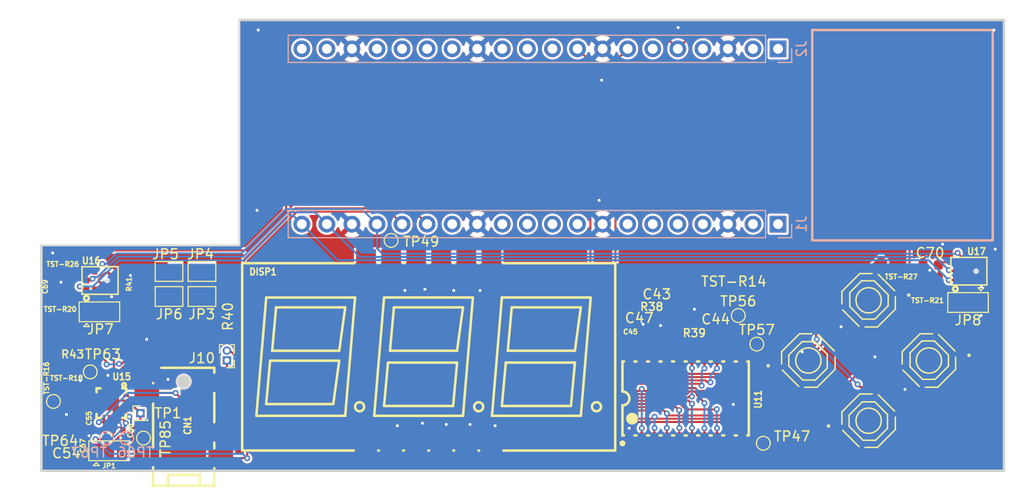
<source format=kicad_pcb>
(kicad_pcb (version 20241229) (generator "pcbnew") (generator_version "9.0")
  (title_block (title "ESP32S3_Audio_Cam_POE") (date "2025-04-28") (rev "R0.1"))
  (layers (0 "F.Cu" signal "Top") (2 "B.Cu" signal "Bottom") (13 "F.Paste" user) (15 "B.Paste" user) (5 "F.SilkS" user "F.Silkscreen") (7 "B.SilkS" user "B.Silkscreen") (1 "F.Mask" user) (3 "B.Mask" user) (25 "Edge.Cuts" user))
  (net 0 "")
  (net 1 "/CAM.D3")
  (net 2 "COM")
  (net 3 "+3V3")
  (net 4 "/CAM.SDA")
  (net 5 "/CAM.D1")
  (net 6 "/USB_D+")
  (net 7 "/CAM.D4")
  (net 8 "/CAM.PCLK")
  (net 9 "/CAM.D2")
  (net 10 "/CAM.D0")
  (net 11 "/USB_D-")
  (net 12 "/CAM.D5")
  (net 13 "/CAM.SCL")
  (net 14 "/CAM.D6")
  (net 15 "/U0TXD")
  (net 16 "/CAM.D7")
  (net 17 "/CAM.HREF")
  (net 18 "/CAM.MCLK")
  (net 19 "/U0RXD")
  (net 20 "/RC.SERVO")
  (net 21 "/7SEG.DIO")
  (net 22 "/CAM.VSYNC")
  (net 23 "/RGB")
  (net 24 "/MIC.WS")
  (net 25 "/7SEG.CLK")
  (net 27 "/MIC.SCK")
  (net 28 "/MIC.SD")
  (net 29 "/SPK.BCLK")
  (net 33 "/SPK.LRCLK")
  (net 34 "/SPK.DIN")
  (net 35 "Vdrive")
  (net 36 "Net-(U16-VDD)")
  (net 37 "Net-(U17-VDD)")
  (net 38 "Net-(JP7-A)")
  (net 39 "/V.SPK")
  (net 40 "/SPK.OutN")
  (net 41 "/SPK.OutP")
  (net 42 "Net-(JP3-B)")
  (net 43 "Net-(JP4-A)")
  (net 44 "Net-(JP6-A)")
  (net 45 "Net-(R43-Pad1)")
  (net 46 "/SPK.MODE")
  (net 47 "Net-(TP64-Pad1)")
  (net 48 "Net-(TP67-Pad1)")
  (net 49 "Net-(U11-VDD)")
  (net 50 "/7SEG.SEG3")
  (net 51 "/7SEG.SEG1")
  (net 52 "/7SEG.SEG2")
  (net 53 "/7SEG.GRID1")
  (net 54 "/7SEG.GRID3")
  (net 55 "/7SEG.SEG8")
  (net 56 "Net-(DISP1-NC)")
  (net 57 "/7SEG.SEG4")
  (net 58 "/7SEG.SEG7")
  (net 59 "/7SEG.SEG5")
  (net 60 "/7SEG.SEG6")
  (net 61 "/7SEG.GRID2")
  (net 62 "/7SEG.K1")
  (net 63 "/7SEG.K2")
  (net 64 "Net-(U11-GRID6)")
  (net 65 "Net-(U11-GRID4)")
  (net 66 "Net-(U11-GRID5)")
  (net 67 "/MIC.L")
  (net 68 "/MIC.R")
  (net 69 "Net-(JP8-B)")
  (net 74 "Net-(TP63-Pad1)")
  (net 75 "Net-(TP66-Pad1)")
  (net 80 "/SPK.MIC")
  (net 81 "/SPK.OutPS")
  (footprint "PCM_JLCPCB:R_0402" (layer "F.Cu") (at 146.685 147.32)
    (property "Reference" "R39")
    (property "Value" "10kΩ" (hide yes))
  )
  (footprint "PCM_JLCPCB:R_0603" (layer "F.Cu") (at 85.5605 153.815 90)
    (property "Reference" "TST-R18")
    (property "Value" "0Ω")
  )
  (footprint "TestPoint:TestPoint_Pad_D1.0mm" (layer "F.Cu") (at 83.8962 154.3812 180)
    (property "Reference" "TP64")
    (property "Value" "TestPoint")
  )
  (footprint "Connector_PinHeader_1.00mm:PinHeader_1x01_P1.00mm_Vertical" (layer "F.Cu") (at 92.71 155.575)
    (property "Reference" "TP1")
    (property "Value" "TestPoint")
  )
  (footprint "Jumper:SolderJumper-3_P1.3mm_Bridged12_Pad1.0x1.5mm" (layer "F.Cu") (at 89.535 159.385)
    (property "Reference" "JP1")
    (property "Value" "SolderJumper_3_Bridged12")
  )
  (footprint "PCM_JLCPCB:SW-SMD_4P-L5.1-W5.1-P3.70-LS6.5-TL-2" (layer "F.Cu") (at 166.497 144.123852 -135)
    (property "Reference" "PB1" (hide yes))
    (property "Value" "Tactile Button, 160gf")
  )
  (footprint "TestPoint:TestPoint_Pad_D1.0mm" (layer "F.Cu") (at 118.11 138.049)
    (property "Reference" "TP49")
    (property "Value" "TestPoint")
  )
  (footprint "Jumper:SolderJumper-3_P1.3mm_Bridged12_Pad1.0x1.5mm" (layer "F.Cu") (at 176.568474 144.347026 180)
    (property "Reference" "JP8")
    (property "Value" "SolderJumper_3_Bridged12")
  )
  (footprint "PCM_JLCPCB:C_0402" (layer "F.Cu") (at 88.53275 157.303 180)
    (property "Reference" "C67")
    (property "Value" "220pF")
  )
  (footprint "JLCPCB:digital tube drivers_c2962580" (layer "F.Cu") (at 147.955 154.08)
    (property "Reference" "U11")
    (property "Value" "TM1637")
  )
  (footprint "TestPoint:TestPoint_Pad_D1.0mm" (layer "F.Cu") (at 87.63 151.384 180)
    (property "Reference" "TP63")
    (property "Value" "TestPoint")
  )
  (footprint "PCM_JLCPCB:C_0805" (layer "F.Cu") (at 85.32 156.458 180)
    (property "Reference" "C54")
    (property "Value" "10uF")
  )
  (footprint "PCM_JLCPCB:R_0805" (layer "F.Cu") (at 92.9386 142.4686 -90)
    (property "Reference" "R41")
    (property "Value" "100kΩ")
  )
  (footprint "PCM_JLCPCB:SW-SMD_4P-L5.1-W5.1-P3.70-LS6.5-TL-2" (layer "F.Cu") (at 160.390426 150.230426 45)
    (property "Reference" "PB2" (hide yes))
    (property "Value" "Tactile Button, 160gf")
  )
  (footprint "PCM_JLCPCB:R_0603" (layer "F.Cu") (at 84.7455 144.021 180)
    (property "Reference" "TST-R20")
    (property "Value" "0Ω")
  )
  (footprint "JLCPCB:ICS-43434_C5656610" (layer "F.Cu") (at 88.5555 142.116)
    (property "Reference" "U16")
    (property "Value" "ICS-43434")
    (fp_poly (pts (xy 0.986 0) (xy 0.966194 -0.086777) (xy 0.910698 -0.156366) (xy 0.830504 -0.194986) (xy 0.741496 -0.194986) (xy 0.661302 -0.156366) (xy 0.605806 -0.086777) (xy 0.586 0) (xy 0.605806 0.086777) (xy 0.661302 0.156366) (xy 0.741496 0.194986) (xy 0.830504 0.194986) (xy 0.910698 0.156366) (xy 0.966194 0.086777)) (fill yes) (layer "Edge.Cuts"))
  )
  (footprint "PCM_JLCPCB:SW-SMD_4P-L5.1-W5.1-P3.70-LS6.5-TL-2" (layer "F.Cu") (at 166.497 156.337 45)
    (property "Reference" "PB5" (hide yes))
    (property "Value" "Tactile Button, 160gf")
  )
  (footprint "PCM_JLCPCB:C_0603" (layer "F.Cu") (at 172.788474 140.537026)
    (property "Reference" "C70")
    (property "Value" "100nF")
  )
  (footprint "PCM_JLCPCB:R_0603" (layer "F.Cu") (at 172.788474 143.077026 180)
    (property "Reference" "TST-R21")
    (property "Value" "0Ω")
  )
  (footprint "JLCPCB:MAX98357AETE+T_C910544" (layer "F.Cu") (at 89.765 154.553 180)
    (property "Reference" "U15")
    (property "Value" "MAX98357AETE+T")
  )
  (footprint "Jumper:SolderJumper-2_P1.3mm_Open_TrianglePad1.0x1.5mm" (layer "F.Cu") (at 98.9446 141.1986 180)
    (property "Reference" "JP4")
    (property "Value" "SolderJumper_2_Open")
  )
  (footprint "Jumper:SolderJumper-2_P1.3mm_Open_TrianglePad1.0x1.5mm" (layer "F.Cu") (at 95.6056 143.7386)
    (property "Reference" "JP6")
    (property "Value" "SolderJumper_2_Open")
  )
  (footprint "JLCPCB:3x7-seg_LED-RED_C2913084" (layer "F.Cu") (at 121.92 149.86)
    (property "Reference" "DISP1")
    (property "Value" "SLS0563DRA1GD")
  )
  (footprint "Jumper:SolderJumper-2_P1.3mm_Open_TrianglePad1.0x1.5mm" (layer "F.Cu") (at 95.6056 141.1986)
    (property "Reference" "JP5")
    (property "Value" "SolderJumper_2_Open")
  )
  (footprint "PCM_JLCPCB:R_0402" (layer "F.Cu") (at 85.725 150.495)
    (property "Reference" "R43")
    (property "Value" "1MΩ" (hide yes))
  )
  (footprint "Connector_PinHeader_1.00mm:PinHeader_1x02_P1.00mm_Vertical" (layer "F.Cu") (at 101.473 150.225 180)
    (property "Reference" "J10")
    (property "Value" "Conn_01x02")
  )
  (footprint "PCM_JLCPCB:C_0402" (layer "F.Cu") (at 144.145 147.32)
    (property "Reference" "C45")
    (property "Value" "100pF")
  )
  (footprint "Jumper:SolderJumper-3_P1.3mm_Bridged12_Pad1.0x1.5mm" (layer "F.Cu") (at 88.5555 145.291)
    (property "Reference" "JP7")
    (property "Value" "SolderJumper_3_Bridged12")
  )
  (footprint "PCM_JLCPCB:SW-SMD_4P-L5.1-W5.1-P3.70-LS6.5-TL-2" (layer "F.Cu") (at 172.603574 150.230426 -135)
    (property "Reference" "PB4" (hide yes))
    (property "Value" "Tactile Button, 160gf")
  )
  (footprint "PCM_JLCPCB:R_0603" (layer "F.Cu") (at 84.7455 141.481 180)
    (property "Reference" "TST-R26")
    (property "Value" "0Ω")
  )
  (footprint "PCM_JLCPCB:R_0603" (layer "F.Cu") (at 172.788474 141.807026 180)
    (property "Reference" "TST-R27")
    (property "Value" "0Ω")
  )
  (footprint "TestPoint:TestPoint_Pad_D1.0mm" (layer "F.Cu") (at 153.289 145.669)
    (property "Reference" "TP56")
    (property "Value" "TestPoint")
  )
  (footprint "PCM_JLCPCB:C_0402" (layer "F.Cu") (at 145.661 146.05)
    (property "Reference" "C47")
    (property "Value" "100pF")
  )
  (footprint "TestPoint:TestPoint_Pad_D1.0mm" (layer "F.Cu") (at 155.829 158.623)
    (property "Reference" "TP47")
    (property "Value" "TestPoint")
  )
  (footprint "PCM_JLCPCB:R_0805" (layer "F.Cu") (at 101.5492 142.621 90)
    (property "Reference" "R40")
    (property "Value" "100kΩ")
  )
  (footprint "JLCPCB:SMD_3.5mm_Audio_Connectors_(Headphones)_C707223" (layer "F.Cu") (at 97.095 155.7705 -90)
    (property "Reference" "CN1")
    (property "Value" "PJ-316C-6A")
    (fp_poly (pts (xy -2.65 0) (xy -2.668804 -0.166891) (xy -2.724273 -0.325413) (xy -2.813626 -0.467617) (xy -2.932383 -0.586374) (xy -3.074587 -0.675727) (xy -3.233109 -0.731196) (xy -3.4 -0.75) (xy -3.566891 -0.731196) (xy -3.725413 -0.675727) (xy -3.867617 -0.586374) (xy -3.986374 -0.467617) (xy -4.075727 -0.325413) (xy -4.131196 -0.166891) (xy -4.15 0) (xy -4.131196 0.166891) (xy -4.075727 0.325413) (xy -3.986374 0.467617) (xy -3.867617 0.586374) (xy -3.725413 0.675727) (xy -3.566891 0.731196) (xy -3.4 0.75) (xy -3.233109 0.731196) (xy -3.074587 0.675727) (xy -2.932383 0.586374) (xy -2.813626 0.467617) (xy -2.724273 0.325413) (xy -2.668804 0.166891)) (fill yes) (layer "Edge.Cuts"))
  )
  (footprint "PCM_JLCPCB:C_0402" (layer "F.Cu") (at 90.43775 157.303 180)
    (property "Reference" "C66")
    (property "Value" "220pF")
  )
  (footprint "PCM_JLCPCB:C_0603" (layer "F.Cu") (at 84.7455 142.751)
    (property "Reference" "C69")
    (property "Value" "100nF")
  )
  (footprint "PCM_JLCPCB:R_0603" (layer "F.Cu") (at 84.05 152.013 90)
    (property "Reference" "TST-R16")
    (property "Value" "0Ω")
  )
  (footprint "Jumper:SolderJumper-2_P1.3mm_Open_TrianglePad1.0x1.5mm" (layer "F.Cu") (at 98.9446 143.7386 180)
    (property "Reference" "JP3")
    (property "Value" "SolderJumper_2_Open")
  )
  (footprint "TestPoint:TestPoint_Pad_D1.0mm" (layer "F.Cu") (at 93.02235 158.10215 -90)
    (property "Reference" "TP85")
    (property "Value" "TestPoint")
  )
  (footprint "JLCPCB:ICS-43434_C5656610" (layer "F.Cu") (at 176.598474 141.172026)
    (property "Reference" "U17")
    (property "Value" "ICS-43434")
    (fp_poly (pts (xy 0.986 0) (xy 0.966194 -0.086777) (xy 0.910698 -0.156366) (xy 0.830504 -0.194986) (xy 0.741496 -0.194986) (xy 0.661302 -0.156366) (xy 0.605806 -0.086777) (xy 0.586 0) (xy 0.605806 0.086777) (xy 0.661302 0.156366) (xy 0.741496 0.194986) (xy 0.830504 0.194986) (xy 0.910698 0.156366) (xy 0.966194 0.086777)) (fill yes) (layer "Edge.Cuts"))
  )
  (footprint "TestPoint:TestPoint_Pad_D1.0mm" (layer "F.Cu") (at 155.1686 148.5646)
    (property "Reference" "TP57")
    (property "Value" "TestPoint")
  )
  (footprint "PCM_JLCPCB:C_0603" (layer "F.Cu") (at 87.00875 153.89315 90)
    (property "Reference" "C55")
    (property "Value" "100nF")
  )
  (footprint "PCM_JLCPCB:R_0402" (layer "F.Cu") (at 146.685 144.78)
    (property "Reference" "R38")
    (property "Value" "10kΩ" (hide yes))
  )
  (footprint "PCM_JLCPCB:C_0603" (layer "F.Cu") (at 148.082 143.51 180)
    (property "Reference" "C43")
    (property "Value" "1uF")
  )
  (footprint "PCM_JLCPCB:R_0603" (layer "F.Cu") (at 148.082 142.24)
    (property "Reference" "TST-R14")
    (property "Value" "0Ω")
  )
  (footprint "PCM_JLCPCB:C_0603" (layer "F.Cu") (at 148.082 146.05)
    (property "Reference" "C44")
    (property "Value" "100nF")
  )
  (footprint "Connector_PinHeader_2.54mm:PinHeader_1x20_P2.54mm_Vertical" (layer "B.Cu") (at 157.32175 136.398 90)
    (property "Reference" "J1")
    (property "Value" "Conn_01x20_Pin")
  )
  (footprint "TestPoint:TestPoint_Pad_D1.0mm" (layer "B.Cu") (at 89.281 158.115)
    (property "Reference" "TP67")
    (property "Value" "TestPoint")
  )
  (footprint "TestPoint:TestPoint_Pad_D1.0mm" (layer "B.Cu") (at 91.313 158.10215)
    (property "Reference" "TP66")
    (property "Value" "TestPoint")
  )
  (footprint "Connector_PinHeader_2.54mm:PinHeader_1x20_P2.54mm_Vertical" (layer "B.Cu") (at 157.32175 118.618 90)
    (property "Reference" "J2")
    (property "Value" "Conn_01x20_Pin")
  )
  (gr_rect (start 160.782 116.713) (end 179.07 138.049) (stroke (width 0.25)) (fill no) (layer "B.SilkS"))
  (gr_line (start 180.213 161.417) (end 82.677 161.417) (stroke (width 0.25)) (layer "Edge.Cuts"))
  (gr_line (start 82.677 138.557) (end 102.743 138.557) (stroke (width 0.2)) (layer "Edge.Cuts"))
  (gr_line (start 82.677 161.417) (end 82.677 138.557) (stroke (width 0.25)) (layer "Edge.Cuts"))
  (gr_line (start 102.743 138.557) (end 102.743 115.697) (stroke (width 0.2)) (layer "Edge.Cuts"))
  (gr_line (start 102.743 115.697) (end 180.213 115.697) (stroke (width 0.25)) (layer "Edge.Cuts"))
  (gr_line (start 180.213 115.697) (end 180.213 161.417) (stroke (width 0.25)) (layer "Edge.Cuts"))
  (segment (start 88.8845 141.611) (end 88.894 141.611) (width 0.2032) (layer "F.Cu") (net 2))
  (segment (start 145.161 146.431) (end 145.415 146.685) (width 0.2032) (layer "F.Cu") (net 2))
  (segment (start 148.862 143.51) (end 148.862 145.016) (width 0.2032) (layer "F.Cu") (net 2))
  (segment (start 177.831974 141.677026) (end 177.831974 141.700026) (width 0.2032) (layer "F.Cu") (net 2))
  (segment (start 88.8845 141.6205) (end 88.519 141.986) (width 0.2032) (layer "F.Cu") (net 2))
  (segment (start 177.546 141.986) (end 177.927 142.367) (width 0.2032) (layer "F.Cu") (net 2))
  (segment (start 177.884974 140.673974) (end 177.546 140.335) (width 0.2032) (layer "F.Cu") (net 2))
  (segment (start 84.198 142.751) (end 84.6582 142.2908) (width 0.2032) (layer "F.Cu") (net 2))
  (segment (start 91.265 154.305) (end 90.013 154.305) (width 0.2032) (layer "F.Cu") (net 2))
  (segment (start 89.842 141.664) (end 89.848 141.664) (width 0.2032) (layer "F.Cu") (net 2))
  (segment (start 89.5135 153.053) (end 89.5135 154.3015) (width 0.2032) (layer "F.Cu") (net 2))
  (segment (start 88.8315 142.568) (end 88.8315 142.5525) (width 0.2032) (layer "F.Cu") (net 2))
  (segment (start 176.927474 140.667026) (end 176.832974 140.667026) (width 0.2032) (layer "F.Cu") (net 2))
  (segment (start 176.832974 140.667026) (end 176.53 140.97) (width 0.2032) (layer "F.Cu") (net 2))
  (segment (start 88.8315 142.568) (end 88.847 142.568) (width 0.2032) (layer "F.Cu") (net 2))
  (segment (start 88.519 141.986) (end 88.519 142.24) (width 0.2032) (layer "F.Cu") (net 2))
  (segment (start 88.8845 141.611) (end 88.8845 141.6205) (width 0.2032) (layer "F.Cu") (net 2))
  (segment (start 89.789 143.129) (end 89.789 143.764) (width 0.2032) (layer "F.Cu") (net 2))
  (segment (start 177.854974 141.677026) (end 178.181 141.351) (width 0.2032) (layer "F.Cu") (net 2))
  (segment (start 89.789 142.621) (end 89.535 142.875) (width 0.2032) (layer "F.Cu") (net 2))
  (segment (start 177.868474 144.347026) (end 177.868474 145.635874) (width 0.2032) (layer "F.Cu") (net 2))
  (segment (start 89.535 142.875) (end 89.789 143.129) (width 0.2032) (layer "F.Cu") (net 2))
  (segment (start 177.831974 141.700026) (end 177.546 141.986) (width 0.2032) (layer "F.Cu") (net 2))
  (segment (start 88.8315 142.5525) (end 88.519 142.24) (width 0.2032) (layer "F.Cu") (net 2))
  (segment (start 143.645 146.566) (end 143.637 146.558) (width 0.2032) (layer "F.Cu") (net 2))
  (segment (start 89.842 141.658) (end 89.535 141.351) (width 0.2032) (layer "F.Cu") (net 2))
  (segment (start 90.835 159.385) (end 90.835 159.669) (width 0.2032) (layer "F.Cu") (net 2))
  (segment (start 89.5135 154.3015) (end 89.765 154.553) (width 0.2032) (layer "F.Cu") (net 2))
  (segment (start 178.181 141.351) (end 178.181 140.97) (width 0.2032) (layer "F.Cu") (net 2))
  (segment (start 177.831974 141.677026) (end 177.854974 141.677026) (width 0.2032) (layer "F.Cu") (net 2))
  (segment (start 89.789 142.621) (end 90.17 142.24) (width 0.2032) (layer "F.Cu") (net 2))
  (segment (start 176.927474 140.667026) (end 176.927474 140.572526) (width 0.2032) (layer "F.Cu") (net 2))
  (segment (start 90.93775 157.303) (end 90.93775 157.194402) (width 0.2032) (layer "F.Cu") (net 2))
  (segment (start 176.53 141.351) (end 176.53 140.97) (width 0.2032) (layer "F.Cu") (net 2))
  (segment (start 177.165 141.986) (end 177.546 141.986) (width 0.2032) (layer "F.Cu") (net 2))
  (segment (start 92.9386 141.5586) (end 94.5206 141.5586) (width 0.2032) (layer "F.Cu") (net 2))
  (segment (start 89.842 141.664) (end 89.842 141.658) (width 0.2032) (layer "F.Cu") (net 2))
  (segment (start 172.160026 140.537026) (end 172.6946 141.0716) (width 0.2032) (layer "F.Cu") (net 2))
  (segment (start 83.9655 142.751) (end 84.198 142.751) (width 0.2032) (layer "F.Cu") (net 2))
  (segment (start 177.546 140.335) (end 177.165 140.335) (width 0.2032) (layer "F.Cu") (net 2))
  (segment (start 176.874474 141.695474) (end 177.165 141.986) (width 0.2032) (layer "F.Cu") (net 2))
  (segment (start 90.93775 157.194402) (end 90.523349 156.780001) (width 0.2032) (layer "F.Cu") (net 2))
  (segment (start 88.03275 157.33125) (end 87.503 157.861) (width 0.2032) (layer "F.Cu") (net 2))
  (segment (start 176.874474 141.624026) (end 176.874474 141.695474) (width 0.2032) (layer "F.Cu") (net 2))
  (segment (start 92.9386 141.5586) (end 91.7404 141.5586) (width 0.2032) (layer "F.Cu") (net 2))
  (segment (start 90.835 159.669) (end 91.44 160.274) (width 0.2032) (layer "F.Cu") (net 2))
  (segment (start 177.927 142.367) (end 177.927 142.748) (width 0.2032) (layer "F.Cu") (net 2))
  (segment (start 88.03275 157.303) (end 88.03275 157.33125) (width 0.2032) (layer "F.Cu") (net 2))
  (segment (start 89.5135 151.8412) (end 89.4119 151.7396) (width 0.2032) (layer "F.Cu") (net 2))
  (segment (start 142.24 158.63) (end 142.24 157.099) (width 0.2032) (layer "F.Cu") (net 2))
  (segment (start 90.015 156.4387) (end 90.356301 156.780001) (width 0.2032) (layer "F.Cu") (net 2))
  (segment (start 145.161 146.05) (end 145.161 146.431) (width 0.2032) (layer "F.Cu") (net 2))
  (segment (start 143.645 147.32) (end 143.645 146.566) (width 0.2032) (layer "F.Cu") (net 2))
  (segment (start 89.848 141.664) (end 90.17 141.986) (width 0.2032) (layer "F.Cu") (net 2))
  (segment (start 91.7404 141.5586) (end 91.694 141.605) (width 0.2032) (layer "F.Cu") (net 2))
  (segment (start 177.931026 140.720026) (end 178.181 140.97) (width 0.2032) (layer "F.Cu") (net 2))
  (segment (start 89.5135 153.053) (end 89.5135 151.8412) (width 0.2032) (layer "F.Cu") (net 2))
  (segment (start 177.868474 145.635874) (end 177.9016 145.669) (width 0.2032) (layer "F.Cu") (net 2))
  (segment (start 176.803026 141.624026) (end 176.53 141.351) (width 0.2032) (layer "F.Cu") (net 2))
  (segment (start 89.535 141.351) (end 89.154 141.351) (width 0.2032) (layer "F.Cu") (net 2))
  (segment (start 88.847 142.568) (end 89.154 142.875) (width 0.2032) (layer "F.Cu") (net 2))
  (segment (start 90.356301 156.780001) (end 90.523349 156.780001) (width 0.2032) (layer "F.Cu") (net 2))
  (segment (start 89.765 154.553) (end 90.015 154.803) (width 0.2032) (layer "F.Cu") (net 2))
  (segment (start 90.015 154.803) (end 90.015 156.053) (width 0.2032) (layer "F.Cu") (net 2))
  (segment (start 94.5206 141.5586) (end 94.8806 141.1986) (width 0.2032) (layer "F.Cu") (net 2))
  (segment (start 84.37 156.458) (end 84.461 156.458) (width 0.2032) (layer "F.Cu") (net 2))
  (segment (start 88.894 141.611) (end 89.154 141.351) (width 0.2032) (layer "F.Cu") (net 2))
  (segment (start 148.862 146.05) (end 148.862 145.052) (width 0.2032) (layer "F.Cu") (net 2))
  (segment (start 176.874474 141.624026) (end 176.803026 141.624026) (width 0.2032) (layer "F.Cu") (net 2))
  (segment (start 87.00875 153.11315) (end 87.00875 152.66775) (width 0.2032) (layer "F.Cu") (net 2))
  (segment (start 172.008474 140.537026) (end 172.160026 140.537026) (width 0.2032) (layer "F.Cu") (net 2))
  (segment (start 89.535 142.875) (end 89.154 142.875) (width 0.2032) (layer "F.Cu") (net 2))
  (segment (start 148.862 145.016) (end 148.844 145.034) (width 0.2032) (layer "F.Cu") (net 2))
  (segment (start 84.461 156.458) (end 85.217 155.702) (width 0.2032) (layer "F.Cu") (net 2))
  (segment (start 177.884974 140.720026) (end 177.884974 140.673974) (width 0.2032) (layer "F.Cu") (net 2))
  (segment (start 90.013 154.305) (end 89.765 154.553) (width 0.2032) (layer "F.Cu") (net 2))
  (segment (start 176.927474 140.572526) (end 177.165 140.335) (width 0.2032) (layer "F.Cu") (net 2))
  (segment (start 177.884974 140.720026) (end 177.931026 140.720026) (width 0.2032) (layer "F.Cu") (net 2))
  (segment (start 90.17 142.24) (end 90.17 141.986) (width 0.2032) (layer "F.Cu") (net 2))
  (segment (start 87.00875 152.66775) (end 86.614 152.273) (width 0.2032) (layer "F.Cu") (net 2))
  (segment (start 90.015 156.053) (end 90.015 156.4387) (width 0.2032) (layer "F.Cu") (net 2))
  (via (at 123.698 156.718) (size 0.6) (drill 0.3) (layers "F.Cu" "B.Cu") (net 2))
  (via (at 152.781 154.686) (size 0.6) (drill 0.3) (layers "F.Cu" "B.Cu") (net 2))
  (via (at 93.345 148.082) (size 0.6) (drill 0.3) (layers "F.Cu" "B.Cu") (net 2))
  (via (at 126.111 156.718) (size 0.6) (drill 0.3) (layers "F.Cu" "B.Cu") (net 2))
  (via (at 179.197 116.713) (size 0.6) (drill 0.3) (layers "F.Cu" "B.Cu") (net 2))
  (via (at 121.539 143.002) (size 0.6) (drill 0.3) (layers "F.Cu" "B.Cu") (net 2))
  (via (at 128.651 156.845) (size 0.6) (drill 0.3) (layers "F.Cu" "B.Cu") (net 2))
  (via (at 143.637 146.558) (size 0.6) (drill 0.3) (layers "F.Cu" "B.Cu") (net 2))
  (via (at 172.6946 141.0716) (size 0.6) (drill 0.3) (layers "F.Cu" "B.Cu") (net 2))
  (via (at 91.694 141.605) (size 0.6) (drill 0.3) (layers "F.Cu" "B.Cu") (net 2))
  (via (at 145.415 146.685) (size 0.6) (drill 0.3) (layers "F.Cu" "B.Cu") (net 2))
  (via (at 163.703 146.812) (size 0.6) (drill 0.3) (layers "F.Cu" "B.Cu") (net 2))
  (via (at 177.927 142.748) (size 0.6) (drill 0.3) (layers "F.Cu" "B.Cu") (net 2))
  (via (at 121.285 156.591) (size 0.6) (drill 0.3) (layers "F.Cu" "B.Cu") (net 2))
  (via (at 173.99 138.43) (size 0.6) (drill 0.3) (layers "F.Cu" "B.Cu") (net 2))
  (via (at 85.217 155.702) (size 0.6) (drill 0.3) (layers "F.Cu" "B.Cu") (net 2))
  (via (at 119.507 143.129) (size 0.6) (drill 0.3) (layers "F.Cu" "B.Cu") (net 2))
  (via (at 91.44 160.274) (size 0.6) (drill 0.3) (layers "F.Cu" "B.Cu") (net 2))
  (via (at 86.614 152.273) (size 0.6) (drill 0.3) (layers "F.Cu" "B.Cu") (net 2))
  (via (at 148.844 145.034) (size 0.6) (drill 0.3) (layers "F.Cu" "B.Cu") (net 2))
  (via (at 167.132 149.86) (size 0.6) (drill 0.3) (layers "F.Cu" "B.Cu") (net 2))
  (via (at 104.648 116.713) (size 0.6) (drill 0.3) (layers "F.Cu" "B.Cu") (net 2))
  (via (at 87.503 157.861) (size 0.6) (drill 0.3) (layers "F.Cu" "B.Cu") (net 2))
  (via (at 139.446 121.793) (size 0.6) (drill 0.3) (layers "F.Cu" "B.Cu") (net 2))
  (via (at 139.192 133.985) (size 0.6) (drill 0.3) (layers "F.Cu" "B.Cu") (net 2))
  (via (at 127.127 143.129) (size 0.6) (drill 0.3) (layers "F.Cu" "B.Cu") (net 2))
  (via (at 142.24 157.099) (size 0.6) (drill 0.3) (layers "F.Cu" "B.Cu") (net 2))
  (via (at 159.766 149.352) (size 0.6) (drill 0.3) (layers "F.Cu" "B.Cu") (net 2))
  (via (at 83.82 139.319) (size 0.6) (drill 0.3) (layers "F.Cu" "B.Cu") (net 2))
  (via (at 177.9016 145.669) (size 0.6) (drill 0.3) (layers "F.Cu" "B.Cu") (net 2))
  (via (at 104.521 135.001) (size 0.6) (drill 0.3) (layers "F.Cu" "B.Cu") (net 2))
  (via (at 179.324 138.938) (size 0.6) (drill 0.3) (layers "F.Cu" "B.Cu") (net 2))
  (via (at 170.18 153.162) (size 0.6) (drill 0.3) (layers "F.Cu" "B.Cu") (net 2))
  (via (at 124.46 143.129) (size 0.6) (drill 0.3) (layers "F.Cu" "B.Cu") (net 2))
  (via (at 89.4119 151.7396) (size 0.6) (drill 0.3) (layers "F.Cu" "B.Cu") (net 2))
  (via (at 84.6582 142.2908) (size 0.6) (drill 0.3) (layers "F.Cu" "B.Cu") (net 2))
  (via (at 90.523349 156.780001) (size 0.6) (drill 0.3) (layers "F.Cu" "B.Cu") (net 2))
  (via (at 118.745 156.845) (size 0.6) (drill 0.3) (layers "F.Cu" "B.Cu") (net 2))
  (via (at 147.193 116.459) (size 0.6) (drill 0.3) (layers "F.Cu" "B.Cu") (net 2))
  (via (at 89.789 143.764) (size 0.6) (drill 0.3) (layers "F.Cu" "B.Cu") (net 2))
  (via (at 95.504 152.146) (size 0.6) (drill 0.3) (layers "F.Cu" "B.Cu") (net 2))
  (segment (start 155.0924 142.24) (end 155.525374 141.807026) (width 0.2032) (layer "F.Cu") (net 3))
  (segment (start 171.968474 141.807026) (end 171.968474 143.077026) (width 0.2032) (layer "F.Cu") (net 3))
  (segment (start 107.4674 118.0846) (end 109.3724 116.1796) (width 0.2032) (layer "F.Cu") (net 3))
  (segment (start 170.643024 138.728976) (end 170.643024 140.481576) (width 0.2032) (layer "F.Cu") (net 3))
  (segment (start 155.525374 141.807026) (end 171.968474 141.807026) (width 0.2032) (layer "F.Cu") (net 3))
  (segment (start 172.212 137.16) (end 170.643024 138.728976) (width 0.2032) (layer "F.Cu") (net 3))
  (segment (start 83.2859 143.3814) (end 83.2859 142.1206) (width 0.2032) (layer "F.Cu") (net 3))
  (segment (start 83.9255 144.021) (end 83.2859 143.3814) (width 0.2032) (layer "F.Cu") (net 3))
  (segment (start 148.902 142.24) (end 155.0924 142.24) (width 0.2032) (layer "F.Cu") (net 3))
  (segment (start 107.4674 135.1026) (end 107.4674 118.0846) (width 0.2032) (layer "F.Cu") (net 3))
  (segment (start 179.4764 122.5042) (end 179.4764 135.7884) (width 0.2032) (layer "F.Cu") (net 3))
  (segment (start 86.487 139.065) (end 103.505 139.065) (width 0.2032) (layer "F.Cu") (net 3))
  (segment (start 84.071 141.481) (end 86.487 139.065) (width 0.2032) (layer "F.Cu") (net 3))
  (segment (start 147.16175 118.618) (end 149.62555 116.1542) (width 0.2032) (layer "F.Cu") (net 3))
  (segment (start 83.2859 142.1206) (end 83.9255 141.481) (width 0.2032) (layer "F.Cu") (net 3))
  (segment (start 144.72335 116.1796) (end 147.16175 118.618) (width 0.2032) (layer "F.Cu") (net 3))
  (segment (start 173.1264 116.1542) (end 179.4764 122.5042) (width 0.2032) (layer "F.Cu") (net 3))
  (segment (start 179.4764 135.7884) (end 178.1048 137.16) (width 0.2032) (layer "F.Cu") (net 3))
  (segment (start 149.62555 116.1542) (end 173.1264 116.1542) (width 0.2032) (layer "F.Cu") (net 3))
  (segment (start 83.9255 141.481) (end 84.071 141.481) (width 0.2032) (layer "F.Cu") (net 3))
  (segment (start 170.643024 140.481576) (end 171.968474 141.807026) (width 0.2032) (layer "F.Cu") (net 3))
  (segment (start 178.1048 137.16) (end 172.212 137.16) (width 0.2032) (layer "F.Cu") (net 3))
  (segment (start 109.3724 116.1796) (end 144.72335 116.1796) (width 0.2032) (layer "F.Cu") (net 3))
  (segment (start 103.505 139.065) (end 107.4674 135.1026) (width 0.2032) (layer "F.Cu") (net 3))
  (segment (start 146.05 150.2832) (end 145.3302 151.003) (width 0.2032) (layer "F.Cu") (net 21))
  (segment (start 146.05 149.53) (end 146.05 150.2832) (width 0.2032) (layer "F.Cu") (net 21))
  (segment (start 144.526 151.003) (end 144.145 150.622) (width 0.2032) (layer "F.Cu") (net 21))
  (segment (start 138.303 143.256) (end 138.303 119.91925) (width 0.2032) (layer "F.Cu") (net 21))
  (segment (start 144.145 148.451016) (end 143.775984 148.082) (width 0.2032) (layer "F.Cu") (net 21))
  (segment (start 146.05 149.53) (end 146.05 147.455) (width 0.2032) (layer "F.Cu") (net 21))
  (segment (start 146.05 147.455) (end 146.185 147.32) (width 0.2032) (layer "F.Cu") (net 21))
  (segment (start 145.3302 151.003) (end 144.526 151.003) (width 0.2032) (layer "F.Cu") (net 21))
  (segment (start 143.129 148.082) (end 138.303 143.256) (width 0.2032) (layer "F.Cu") (net 21))
  (segment (start 143.775984 148.082) (end 143.129 148.082) (width 0.2032) (layer "F.Cu") (net 21))
  (segment (start 138.303 119.91925) (end 137.00175 118.618) (width 0.2032) (layer "F.Cu") (net 21))
  (segment (start 146.185 147.32) (end 146.185 146.05) (width 0.2032) (layer "F.Cu") (net 21))
  (segment (start 144.145 150.622) (end 144.145 148.451016) (width 0.2032) (layer "F.Cu") (net 21))
  (segment (start 87.269 143.016) (end 86.8566 143.016) (width 0.2032) (layer "F.Cu") (net 24))
  (segment (start 175.311974 142.072026) (end 174.640574 142.072026) (width 0.2032) (layer "F.Cu") (net 24))
  (segment (start 174.640574 142.072026) (end 174.625 142.0876) (width 0.2032) (layer "F.Cu") (net 24))
  (segment (start 86.8566 143.016) (end 86.5632 142.7226) (width 0.2032) (layer "F.Cu") (net 24))
  (via (at 174.625 142.0876) (size 0.6) (drill 0.3) (layers "F.Cu" "B.Cu") (net 24))
  (via (at 86.5632 142.7226) (size 0.6) (drill 0.3) (layers "F.Cu" "B.Cu") (net 24))
  (segment (start 108.19815 135.5344) (end 107.7976 135.5344) (width 0.2032) (layer "B.Cu") (net 24))
  (segment (start 90.5256 140.081) (end 87.884 142.7226) (width 0.2032) (layer "B.Cu") (net 24))
  (segment (start 87.884 142.7226) (end 86.5632 142.7226) (width 0.2032) (layer "B.Cu") (net 24))
  (segment (start 172.593 140.0556) (end 112.71935 140.0556) (width 0.2032) (layer "B.Cu") (net 24))
  (segment (start 174.625 142.0876) (end 172.593 140.0556) (width 0.2032) (layer "B.Cu") (net 24))
  (segment (start 112.71935 140.0556) (end 109.06175 136.398) (width 0.2032) (layer "B.Cu") (net 24))
  (segment (start 107.7976 135.5344) (end 103.251 140.081) (width 0.2032) (layer "B.Cu") (net 24))
  (segment (start 109.06175 136.398) (end 108.19815 135.5344) (width 0.2032) (layer "B.Cu") (net 24))
  (segment (start 103.251 140.081) (end 90.5256 140.081) (width 0.2032) (layer "B.Cu") (net 24))
  (segment (start 140.843 141.097) (end 140.843 119.85675) (width 0.2032) (layer "F.Cu") (net 25))
  (segment (start 144.78 149.53) (end 144.78 147.455) (width 0.2032) (layer "F.Cu") (net 25))
  (segment (start 144.526 147.201) (end 144.645 147.32) (width 0.2032) (layer "F.Cu") (net 25))
  (segment (start 146.185 144.78) (end 144.526 144.78) (width 0.2032) (layer "F.Cu") (net 25))
  (segment (start 144.526 144.78) (end 144.526 147.201) (width 0.2032) (layer "F.Cu") (net 25))
  (segment (start 140.843 119.85675) (end 142.08175 118.618) (width 0.2032) (layer "F.Cu") (net 25))
  (segment (start 144.78 147.455) (end 144.645 147.32) (width 0.2032) (layer "F.Cu") (net 25))
  (segment (start 144.526 144.78) (end 140.843 141.097) (width 0.2032) (layer "F.Cu") (net 25))
  (segment (start 176.133974 139.938974) (end 175.514 139.319) (width 0.2032) (layer "F.Cu") (net 27))
  (segment (start 176.133974 140.272026) (end 176.133974 139.938974) (width 0.2032) (layer "F.Cu") (net 27))
  (segment (start 88.091 141.176) (end 88.828883 140.438117) (width 0.2032) (layer "F.Cu") (net 27))
  (segment (start 88.091 141.216) (end 88.091 141.176) (width 0.2032) (layer "F.Cu") (net 27))
  (segment (start 88.828883 140.438117) (end 88.850717 140.438117) (width 0.2032) (layer "F.Cu") (net 27))
  (via (at 175.514 139.319) (size 0.6) (drill 0.3) (layers "F.Cu" "B.Cu") (net 27))
  (via (at 88.850717 140.438117) (size 0.6) (drill 0.3) (layers "F.Cu" "B.Cu") (net 27))
  (segment (start 116.68175 138.85595) (end 116.68175 136.398) (width 0.2032) (layer "B.Cu") (net 27))
  (segment (start 89.228683 140.438117) (end 90.2208 139.446) (width 0.2032) (layer "B.Cu") (net 27))
  (segment (start 115.155748 134.871998) (end 116.68175 136.398) (width 0.2032) (layer "B.Cu") (net 27))
  (segment (start 90.223824 139.446) (end 90.301024 139.3688) (width 0.2032) (layer "B.Cu") (net 27))
  (segment (start 107.444002 134.871998) (end 115.155748 134.871998) (width 0.2032) (layer "B.Cu") (net 27))
  (segment (start 88.850717 140.438117) (end 89.228683 140.438117) (width 0.2032) (layer "B.Cu") (net 27))
  (segment (start 90.301024 139.3688) (end 102.9472 139.3688) (width 0.2032) (layer "B.Cu") (net 27))
  (segment (start 102.9472 139.3688) (end 107.444002 134.871998) (width 0.2032) (layer "B.Cu") (net 27))
  (segment (start 90.2208 139.446) (end 90.223824 139.446) (width 0.2032) (layer "B.Cu") (net 27))
  (segment (start 175.514 139.319) (end 175.4378 139.3952) (width 0.2032) (layer "B.Cu") (net 27))
  (segment (start 117.221 139.3952) (end 116.68175 138.85595) (width 0.2032) (layer "B.Cu") (net 27))
  (segment (start 175.4378 139.3952) (end 117.221 139.3952) (width 0.2032) (layer "B.Cu") (net 27))
  (segment (start 87.685602 142.116) (end 87.8586 141.943002) (width 0.2032) (layer "F.Cu") (net 28))
  (segment (start 87.269 142.116) (end 87.685602 142.116) (width 0.2032) (layer "F.Cu") (net 28))
  (segment (start 174.725426 141.172026) (end 174.625 141.0716) (width 0.2032) (layer "F.Cu") (net 28))
  (segment (start 175.311974 141.172026) (end 174.725426 141.172026) (width 0.2032) (layer "F.Cu") (net 28))
  (via (at 174.625 141.0716) (size 0.6) (drill 0.3) (layers "F.Cu" "B.Cu") (net 28))
  (via (at 87.8586 141.943002) (size 0.6) (drill 0.3) (layers "F.Cu" "B.Cu") (net 28))
  (segment (start 90.438212 139.7) (end 103.124 139.7) (width 0.2032) (layer "B.Cu") (net 28))
  (segment (start 88.041608 141.759994) (end 88.378218 141.759994) (width 0.2032) (layer "B.Cu") (net 28))
  (segment (start 110.406949 135.203199) (end 111.60175 136.398) (width 0.2032) (layer "B.Cu") (net 28))
  (segment (start 87.8586 141.943002) (end 88.041608 141.759994) (width 0.2032) (layer "B.Cu") (net 28))
  (segment (start 107.620801 135.203199) (end 110.406949 135.203199) (width 0.2032) (layer "B.Cu") (net 28))
  (segment (start 103.124 139.7) (end 107.620801 135.203199) (width 0.2032) (layer "B.Cu") (net 28))
  (segment (start 174.625 141.0716) (end 173.2788 139.7254) (width 0.2032) (layer "B.Cu") (net 28))
  (segment (start 173.2788 139.7254) (end 114.92915 139.7254) (width 0.2032) (layer "B.Cu") (net 28))
  (segment (start 88.378218 141.759994) (end 90.438212 139.7) (width 0.2032) (layer "B.Cu") (net 28))
  (segment (start 114.92915 139.7254) (end 111.60175 136.398) (width 0.2032) (layer "B.Cu") (net 28))
  (segment (start 108.585 135.128) (end 117.95175 135.128) (width 0.2032) (layer "F.Cu") (net 29))
  (segment (start 103.5939 144.4117) (end 103.5939 140.1191) (width 0.2032) (layer "F.Cu") (net 29))
  (segment (start 91.265 153.805) (end 91.265 151.060774) (width 0.2032) (layer "F.Cu") (net 29))
  (segment (start 103.5939 140.1191) (end 108.585 135.128) (width 0.2032) (layer "F.Cu") (net 29))
  (segment (start 92.105287 150.220487) (end 97.785113 150.220487) (width 0.2032) (layer "F.Cu") (net 29))
  (segment (start 117.95175 135.128) (end 119.22175 136.398) (width 0.2032) (layer "F.Cu") (net 29))
  (segment (start 91.265 151.060774) (end 92.105287 150.220487) (width 0.2032) (layer "F.Cu") (net 29))
  (segment (start 97.785113 150.220487) (end 103.5939 144.4117) (width 0.2032) (layer "F.Cu") (net 29))
  (segment (start 92.71 156.367324) (end 92.71 155.575) (width 0.2032) (layer "F.Cu") (net 33))
  (segment (start 91.265 154.805) (end 91.94 154.805) (width 0.2032) (layer "F.Cu") (net 33))
  (segment (start 90.6682 157.8426) (end 91.234724 157.8426) (width 0.2032) (layer "F.Cu") (net 33))
  (segment (start 89.535 159.385) (end 89.535 158.9758) (width 0.2032) (layer "F.Cu") (net 33))
  (segment (start 91.234724 157.8426) (end 92.71 156.367324) (width 0.2032) (layer "F.Cu") (net 33))
  (segment (start 91.94 154.805) (end 92.71 155.575) (width 0.2032) (layer "F.Cu") (net 33))
  (segment (start 89.535 158.9758) (end 90.6682 157.8426) (width 0.2032) (layer "F.Cu") (net 33))
  (segment (start 103.2637 144.1831) (end 103.2637 139.9413) (width 0.2032) (layer "F.Cu") (net 34))
  (segment (start 90.5135 153.053) (end 90.5135 151.3453) (width 0.2032) (layer "F.Cu") (net 34))
  (segment (start 120.16155 134.7978) (end 121.76175 136.398) (width 0.2032) (layer "F.Cu") (net 34))
  (segment (start 97.663 149.7838) (end 103.2637 144.1831) (width 0.2032) (layer "F.Cu") (net 34))
  (segment (start 108.4072 134.7978) (end 120.16155 134.7978) (width 0.2032) (layer "F.Cu") (net 34))
  (segment (start 103.2637 139.9413) (end 108.4072 134.7978) (width 0.2032) (layer "F.Cu") (net 34))
  (segment (start 90.5135 151.3453) (end 92.075 149.7838) (width 0.2032) (layer "F.Cu") (net 34))
  (segment (start 92.075 149.7838) (end 97.663 149.7838) (width 0.2032) (layer "F.Cu") (net 34))
  (segment (start 88.8684 149.9554) (end 89.281 150.368) (width 0.2032) (layer "F.Cu") (net 35))
  (segment (start 101.3416 143.7386) (end 101.5492 143.531) (width 0.2032) (layer "F.Cu") (net 35))
  (segment (start 83.185 150.368) (end 83.5976 149.9554) (width 0.2032) (layer "F.Cu") (net 35))
  (segment (start 95.251 149.4526) (end 99.6696 145.034) (width 0.2032) (layer "F.Cu") (net 35))
  (segment (start 99.6696 143.7386) (end 101.3416 143.7386) (width 0.2032) (layer "F.Cu") (net 35))
  (segment (start 91.937813 149.452599) (end 95.251 149.4526) (width 0.2032) (layer "F.Cu") (net 35))
  (segment (start 99.6696 145.034) (end 99.6696 143.7386) (width 0.2032) (layer "F.Cu") (net 35))
  (segment (start 83.5976 149.9554) (end 88.8684 149.9554) (width 0.2032) (layer "F.Cu") (net 35))
  (segment (start 84.05 152.833) (end 85.3985 152.833) (width 0.2032) (layer "F.Cu") (net 35))
  (segment (start 85.3948 152.8293) (end 85.5605 152.995) (width 0.2032) (layer "F.Cu") (net 35))
  (segment (start 84.05 152.833) (end 83.999 152.833) (width 0.2032) (layer "F.Cu") (net 35))
  (segment (start 90.821265 150.569147) (end 91.937813 149.452599) (width 0.2032) (layer "F.Cu") (net 35))
  (segment (start 89.281 150.368) (end 89.281 150.622) (width 0.2032) (layer "F.Cu") (net 35))
  (segment (start 85.3985 152.833) (end 85.5605 152.995) (width 0.2032) (layer "F.Cu") (net 35))
  (segment (start 83.185 152.019) (end 83.185 150.368) (width 0.2032) (layer "F.Cu") (net 35))
  (segment (start 90.5421 150.569147) (end 90.821265 150.569147) (width 0.2032) (layer "F.Cu") (net 35))
  (segment (start 83.999 152.833) (end 83.185 152.019) (width 0.2032) (layer "F.Cu") (net 35))
  (via (at 90.5421 150.569147) (size 0.6) (drill 0.3) (layers "F.Cu" "B.Cu") (net 35))
  (via (at 89.281 150.622) (size 0.6) (drill 0.3) (layers "F.Cu" "B.Cu") (net 35))
  (segment (start 90.489247 150.622) (end 89.281 150.622) (width 0.2032) (layer "B.Cu") (net 35))
  (segment (start 90.5421 150.569147) (end 90.489247 150.622) (width 0.2032) (layer "B.Cu") (net 35))
  (segment (start 85.5255 141.521) (end 85.5655 141.481) (width 0.2032) (layer "F.Cu") (net 36))
  (segment (start 85.5255 142.751) (end 85.5255 141.521) (width 0.2032) (layer "F.Cu") (net 36))
  (segment (start 87.269 141.216) (end 85.8305 141.216) (width 0.2032) (layer "F.Cu") (net 36))
  (segment (start 85.8305 141.216) (end 85.5655 141.481) (width 0.2032) (layer "F.Cu") (net 36))
  (segment (start 175.311974 140.272026) (end 173.833474 140.272026) (width 0.2032) (layer "F.Cu") (net 37))
  (segment (start 173.608474 141.807026) (end 173.608474 140.577026) (width 0.2032) (layer "F.Cu") (net 37))
  (segment (start 173.608474 140.577026) (end 173.568474 140.537026) (width 0.2032) (layer "F.Cu") (net 37))
  (segment (start 173.833474 140.272026) (end 173.568474 140.537026) (width 0.2032) (layer "F.Cu") (net 37))
  (segment (start 85.5655 144.8491) (end 85.5655 144.021) (width 0.2032) (layer "F.Cu") (net 38))
  (segment (start 86.0074 145.291) (end 85.5655 144.8491) (width 0.2032) (layer "F.Cu") (net 38))
  (segment (start 87.2555 145.291) (end 86.0074 145.291) (width 0.2032) (layer "F.Cu") (net 38))
  (segment (start 86.27 155.4119) (end 87.00875 154.67315) (width 0.2032) (layer "F.Cu") (net 39))
  (segment (start 87.1406 154.805) (end 87.00875 154.67315) (width 0.2032) (layer "F.Cu") (net 39))
  (segment (start 86.27 157.42) (end 86.27 156.458) (width 0.2032) (layer "F.Cu") (net 39))
  (segment (start 85.5605 154.635) (end 86.9706 154.635) (width 0.2032) (layer "F.Cu") (net 39))
  (segment (start 88.235 159.385) (end 86.27 157.42) (width 0.2032) (layer "F.Cu") (net 39))
  (segment (start 88.265 155.305) (end 88.265 154.805) (width 0.2032) (layer "F.Cu") (net 39))
  (segment (start 86.9706 154.635) (end 87.00875 154.67315) (width 0.2032) (layer "F.Cu") (net 39))
  (segment (start 86.27 156.458) (end 86.27 155.4119) (width 0.2032) (layer "F.Cu") (net 39))
  (segment (start 88.265 154.805) (end 87.1406 154.805) (width 0.2032) (layer "F.Cu") (net 39))
  (segment (start 89.93775 157.303) (end 89.93775 158.104662) (width 0.2032) (layer "F.Cu") (net 40))
  (segment (start 103.5304 150.9732) (end 103.5304 160.147) (width 0.2032) (layer "F.Cu") (net 40))
  (segment (start 103.5304 160.147) (end 103.5039 160.1205) (width 0.2032) (layer "F.Cu") (net 40))
  (segment (start 101.473 149.225) (end 101.7822 149.225) (width 0.2032) (layer "F.Cu") (net 40))
  (segment (start 103.5039 160.1205) (end 100.845 160.1205) (width 0.2032) (layer "F.Cu") (net 40))
  (segment (start 89.515 156.053) (end 89.515 156.88025) (width 0.2032) (layer "F.Cu") (net 40))
  (segment (start 89.515 156.88025) (end 89.93775 157.303) (width 0.2032) (layer "F.Cu") (net 40))
  (segment (start 89.93775 158.104662) (end 89.834414 158.207998) (width 0.2032) (layer "F.Cu") (net 40))
  (segment (start 89.834414 158.207998) (end 88.1634 158.207998) (width 0.2032) (layer "F.Cu") (net 40))
  (segment (start 101.7822 149.225) (end 103.5304 150.9732) (width 0.2032) (layer "F.Cu") (net 40))
  (via (at 88.1634 158.207998) (size 0.6) (drill 0.3) (layers "F.Cu" "B.Cu") (net 40))
  (via (at 103.5304 160.147) (size 0.6) (drill 0.3) (layers "F.Cu" "B.Cu") (net 40))
  (segment (start 103.0732 159.6898) (end 103.5304 160.147) (width 0.2032) (layer "B.Cu") (net 40))
  (segment (start 96.5454 159.6898) (end 103.0732 159.6898) (width 0.2032) (layer "B.Cu") (net 40))
  (segment (start 89.645202 159.6898) (end 96.5454 159.6898) (width 0.2032) (layer "B.Cu") (net 40))
  (segment (start 88.1634 158.207998) (end 89.645202 159.6898) (width 0.2032) (layer "B.Cu") (net 40))
  (segment (start 89.015 156.053) (end 89.015 157.28525) (width 0.2032) (layer "F.Cu") (net 41))
  (segment (start 89.015 157.28525) (end 89.03275 157.303) (width 0.2032) (layer "F.Cu") (net 41))
  (segment (start 100.2189 157.4705) (end 100.845 157.4705) (width 0.2032) (layer "F.Cu") (net 41))
  (segment (start 88.9896 156.4894) (end 88.4936 156.4894) (width 0.2032) (layer "F.Cu") (net 41))
  (segment (start 89.015 156.053) (end 89.015 156.464) (width 0.2032) (layer "F.Cu") (net 41))
  (segment (start 89.015 156.464) (end 88.9896 156.4894) (width 0.2032) (layer "F.Cu") (net 41))
  (segment (start 93.345 153.5205) (end 96.2689 153.5205) (width 0.2032) (layer "F.Cu") (net 41))
  (segment (start 96.2689 153.5205) (end 100.2189 157.4705) (width 0.2032) (layer "F.Cu") (net 41))
  (via (at 96.2689 153.5205) (size 0.6) (drill 0.3) (layers "F.Cu" "B.Cu") (net 41))
  (via (at 88.4936 156.4894) (size 0.6) (drill 0.3) (layers "F.Cu" "B.Cu") (net 41))
  (segment (start 88.4936 156.4894) (end 91.4625 153.5205) (width 0.2032) (layer "B.Cu") (net 41))
  (segment (start 91.4625 153.5205) (end 96.2689 153.5205) (width 0.2032) (layer "B.Cu") (net 41))
  (segment (start 96.3306 141.1986) (end 96.3306 143.7386) (width 0.2032) (layer "F.Cu") (net 42))
  (segment (start 96.3306 143.7386) (end 98.2196 143.7386) (width 0.2032) (layer "F.Cu") (net 42))
  (segment (start 95.3068 144.7232) (end 95.477637 144.7232) (width 0.2032) (layer "F.Cu") (net 42))
  (segment (start 96.2914 143.7386) (end 96.3306 143.7386) (width 0.2032) (layer "F.Cu") (net 42))
  (segment (start 96.115103 143.914897) (end 96.2914 143.7386) (width 0.2032) (layer "F.Cu") (net 42))
  (segment (start 98.2196 141.1986) (end 98.2196 143.7386) (width 0.2032) (layer "F.Cu") (net 42))
  (segment (start 96.115103 144.085734) (end 96.115103 143.914897) (width 0.2032) (layer "F.Cu") (net 42))
  (segment (start 90.0135 150.0165) (end 95.3068 144.7232) (width 0.2032) (layer "F.Cu") (net 42))
  (segment (start 90.0135 153.053) (end 90.0135 150.0165) (width 0.2032) (layer "F.Cu") (net 42))
  (segment (start 95.477637 144.7232) (end 96.115103 144.085734) (width 0.2032) (layer "F.Cu") (net 42))
  (segment (start 101.5492 141.711) (end 100.182 141.711) (width 0.2032) (layer "F.Cu") (net 43))
  (segment (start 100.182 141.711) (end 99.6696 141.1986) (width 0.2032) (layer "F.Cu") (net 43))
  (segment (start 94.8806 143.7386) (end 93.2986 143.7386) (width 0.2032) (layer "F.Cu") (net 44))
  (segment (start 93.2986 143.7386) (end 92.9386 143.3786) (width 0.2032) (layer "F.Cu") (net 44))
  (segment (start 84.836 150.495) (end 85.225 150.495) (width 0.2032) (layer "F.Cu") (net 45))
  (segment (start 84.05 151.193) (end 84.138 151.193) (width 0.2032) (layer "F.Cu") (net 45))
  (segment (start 84.138 151.193) (end 84.836 150.495) (width 0.2032) (layer "F.Cu") (net 45))
  (segment (start 88.8103 151.988791) (end 88.8103 151.532489) (width 0.2032) (layer "F.Cu") (net 46))
  (segment (start 87.772811 150.495) (end 86.225 150.495) (width 0.2032) (layer "F.Cu") (net 46))
  (segment (start 89.0135 152.191991) (end 88.8103 151.988791) (width 0.2032) (layer "F.Cu") (net 46))
  (segment (start 88.8103 151.532489) (end 87.772811 150.495) (width 0.2032) (layer "F.Cu") (net 46))
  (segment (start 89.0135 153.053) (end 89.0135 152.191991) (width 0.2032) (layer "F.Cu") (net 46))
  (segment (start 87.340937 153.881201) (end 84.396199 153.881201) (width 0.2032) (layer "F.Cu") (net 47))
  (segment (start 84.396199 153.881201) (end 83.8962 154.3812) (width 0.2032) (layer "F.Cu") (net 47))
  (segment (start 87.764736 154.305) (end 87.340937 153.881201) (width 0.2032) (layer "F.Cu") (net 47))
  (segment (start 88.265 154.305) (end 87.764736 154.305) (width 0.2032) (layer "F.Cu") (net 47))
  (segment (start 90.5135 156.053) (end 90.775 156.053) (width 0.2032) (layer "F.Cu") (net 48))
  (segment (start 90.775 156.053) (end 91.226508 156.504508) (width 0.2032) (layer "F.Cu") (net 48))
  (segment (start 91.226508 156.504508) (end 91.226508 156.584628) (width 0.2032) (layer "F.Cu") (net 48))
  (via (at 91.226508 156.584628) (size 0.6) (drill 0.3) (layers "F.Cu" "B.Cu") (net 48))
  (segment (start 89.937318 158.115) (end 89.281 158.115) (width 0.2032) (layer "B.Cu") (net 48))
  (segment (start 91.226508 156.82581) (end 89.937318 158.115) (width 0.2032) (layer "B.Cu") (net 48))
  (segment (start 91.226508 156.584628) (end 91.226508 156.82581) (width 0.2032) (layer "B.Cu") (net 48))
  (segment (start 147.32 147.455) (end 147.185 147.32) (width 0.2032) (layer "F.Cu") (net 49))
  (segment (start 147.32 149.53) (end 147.32 147.455) (width 0.2032) (layer "F.Cu") (net 49))
  (segment (start 147.185 147.32) (end 147.185 144.78) (width 0.2032) (layer "F.Cu") (net 49))
  (segment (start 147.262 143.47) (end 147.302 143.51) (width 0.2032) (layer "F.Cu") (net 49))
  (segment (start 147.185 143.52) (end 147.195 143.51) (width 0.2032) (layer "F.Cu") (net 49))
  (segment (start 147.195 143.51) (end 147.302 143.51) (width 0.2032) (layer "F.Cu") (net 49))
  (segment (start 147.185 144.78) (end 147.185 143.52) (width 0.2032) (layer "F.Cu") (net 49))
  (segment (start 147.262 142.24) (end 147.262 143.47) (width 0.2032) (layer "F.Cu") (net 49))
  (segment (start 146.05 155.8026) (end 161.164 155.8026) (width 0.2032) (layer "F.Cu") (net 50))
  (segment (start 126.461597 155.300603) (end 145.745403 155.300603) (width 0.2032) (layer "F.Cu") (net 50))
  (segment (start 145.745403 155.300603) (end 146.05 155.6052) (width 0.2032) (layer "F.Cu") (net 50))
  (segment (start 168.706705 151.511) (end 168.961974 151.255731) (width 0.2032) (layer "F.Cu") (net 50))
  (segment (start 161.164 155.8026) (end 165.4556 151.511) (width 0.2032) (layer "F.Cu") (net 50))
  (segment (start 123.19 159.16) (end 123.19 158.5722) (width 0.2032) (layer "F.Cu") (net 50))
  (segment (start 146.05 158.63) (end 146.05 157.0736) (width 0.2032) (layer "F.Cu") (net 50))
  (segment (start 123.19 158.5722) (end 126.461597 155.300603) (width 0.2032) (layer "F.Cu") (net 50))
  (segment (start 146.05 155.6052) (end 146.05 155.8026) (width 0.2032) (layer "F.Cu") (net 50))
  (segment (start 165.4556 151.511) (end 168.706705 151.511) (width 0.2032) (layer "F.Cu") (net 50))
  (via (at 146.05 155.6052) (size 0.6) (drill 0.3) (layers "F.Cu" "B.Cu") (net 50))
  (via (at 146.05 157.0736) (size 0.6) (drill 0.3) (layers "F.Cu" "B.Cu") (net 50))
  (segment (start 146.05 155.6052) (end 146.05 157.0736) (width 0.2032) (layer "B.Cu") (net 50))
  (segment (start 148.946555 153.023795) (end 149.23716 153.3144) (width 0.2032) (layer "F.Cu") (net 51))
  (segment (start 128.596176 153.3134) (end 143.3126 153.3134) (width 0.2032) (layer "F.Cu") (net 51))
  (segment (start 143.51 153.116) (end 143.7084 153.3144) (width 0.2032) (layer "F.Cu") (net 51))
  (segment (start 162.6108 145.393757) (end 162.6108 147.783895) (width 0.2032) (layer "F.Cu") (net 51))
  (segment (start 148.233444 153.023796) (end 148.946555 153.023795) (width 0.2032) (layer "F.Cu") (net 51))
  (segment (start 143.7084 153.3144) (end 147.94284 153.3144) (width 0.2032) (layer "F.Cu") (net 51))
  (segment (start 162.6108 147.783895) (end 164.032026 149.205121) (width 0.2032) (layer "F.Cu") (net 51))
  (segment (start 162.8554 145.149157) (end 162.6108 145.393757) (width 0.2032) (layer "F.Cu") (net 51))
  (segment (start 143.3126 153.3134) (end 143.51 153.116) (width 0.2032) (layer "F.Cu") (net 51))
  (segment (start 149.23716 153.3144) (end 157.080295 153.3144) (width 0.2032) (layer "F.Cu") (net 51))
  (segment (start 123.19 140.56) (end 123.19 147.907224) (width 0.2032) (layer "F.Cu") (net 51))
  (segment (start 123.19 147.907224) (end 128.596176 153.3134) (width 0.2032) (layer "F.Cu") (net 51))
  (segment (start 157.080295 153.3144) (end 162.6108 147.783895) (width 0.2032) (layer "F.Cu") (net 51))
  (segment (start 147.94284 153.3144) (end 148.233444 153.023796) (width 0.2032) (layer "F.Cu") (net 51))
  (segment (start 143.51 158.63) (end 143.51 157.099) (width 0.2032) (layer "F.Cu") (net 51))
  (via (at 143.51 157.099) (size 0.6) (drill 0.3) (layers "F.Cu" "B.Cu") (net 51))
  (via (at 143.51 153.116) (size 0.6) (drill 0.3) (layers "F.Cu" "B.Cu") (net 51))
  (segment (start 143.51 153.116) (end 143.51 157.099) (width 0.2032) (layer "B.Cu") (net 51))
  (segment (start 144.8308 156.1338) (end 144.8308 155.9608) (width 0.2032) (layer "F.Cu") (net 52))
  (segment (start 144.78 158.63) (end 144.78 157.099) (width 0.2032) (layer "F.Cu") (net 52))
  (segment (start 125.73 159.16) (end 125.73 158.5722) (width 0.2032) (layer "F.Cu") (net 52))
  (segment (start 125.73 158.5722) (end 128.1684 156.1338) (width 0.2032) (layer "F.Cu") (net 52))
  (segment (start 144.8308 156.1338) (end 169.316495 156.1338) (width 0.2032) (layer "F.Cu") (net 52))
  (segment (start 128.1684 156.1338) (end 144.8308 156.1338) (width 0.2032) (layer "F.Cu") (net 52))
  (segment (start 169.316495 156.1338) (end 170.1386 155.311695) (width 0.2032) (layer "F.Cu") (net 52))
  (segment (start 144.8308 155.9608) (end 144.8054 155.9354) (width 0.2032) (layer "F.Cu") (net 52))
  (segment (start 144.78 157.099) (end 144.8054 157.0736) (width 0.2032) (layer "F.Cu") (net 52))
  (via (at 144.8054 157.0736) (size 0.6) (drill 0.3) (layers "F.Cu" "B.Cu") (net 52))
  (via (at 144.8054 155.9354) (size 0.6) (drill 0.3) (layers "F.Cu" "B.Cu") (net 52))
  (segment (start 144.8054 155.9354) (end 144.8054 157.0736) (width 0.2032) (layer "B.Cu") (net 52))
  (segment (start 148.371616 153.8224) (end 148.527804 153.8224) (width 0.2032) (layer "F.Cu") (net 53))
  (segment (start 148.218215 153.975801) (end 148.371616 153.8224) (width 0.2032) (layer "F.Cu") (net 53))
  (segment (start 148.59 149.53) (end 148.59 151.003) (width 0.2032) (layer "F.Cu") (net 53))
  (segment (start 148.527804 153.8224) (end 148.59 153.884596) (width 0.2032) (layer "F.Cu") (net 53))
  (segment (start 115.57 141.224) (end 128.321801 153.975801) (width 0.2032) (layer "F.Cu") (net 53))
  (segment (start 128.321801 153.975801) (end 148.218215 153.975801) (width 0.2032) (layer "F.Cu") (net 53))
  (segment (start 115.57 140.56) (end 115.57 141.224) (width 0.2032) (layer "F.Cu") (net 53))
  (via (at 148.59 151.003) (size 0.6) (drill 0.3) (layers "F.Cu" "B.Cu") (net 53))
  (via (at 148.59 153.884596) (size 0.6) (drill 0.3) (layers "F.Cu" "B.Cu") (net 53))
  (segment (start 148.59 153.884596) (end 148.59 151.003) (width 0.2032) (layer "B.Cu") (net 53))
  (segment (start 128.4996 152.2486) (end 149.9664 152.2486) (width 0.2032) (layer "F.Cu") (net 54))
  (segment (start 150.1178 152.4) (end 150.4236 152.4) (width 0.2032) (layer "F.Cu") (net 54))
  (segment (start 128.27 152.019) (end 128.4996 152.2486) (width 0.2032) (layer "F.Cu") (net 54))
  (segment (start 149.9664 152.2486) (end 150.1178 152.4) (width 0.2032) (layer "F.Cu") (net 54))
  (segment (start 151.13 149.53) (end 151.13 151.0284) (width 0.2032) (layer "F.Cu") (net 54))
  (segment (start 151.1046 149.5046) (end 151.13 149.53) (width 0.2032) (layer "F.Cu") (net 54))
  (segment (start 150.4236 152.4) (end 150.4696 152.446) (width 0.2032) (layer "F.Cu") (net 54))
  (segment (start 128.27 140.56) (end 128.27 152.019) (width 0.2032) (layer "F.Cu") (net 54))
  (via (at 151.13 151.0284) (size 0.6) (drill 0.3) (layers "F.Cu" "B.Cu") (net 54))
  (via (at 150.4696 152.446) (size 0.6) (drill 0.3) (layers "F.Cu" "B.Cu") (net 54))
  (segment (start 150.4696 152.446) (end 150.4696 151.6888) (width 0.2032) (layer "B.Cu") (net 54))
  (segment (start 150.4696 151.6888) (end 151.13 151.0284) (width 0.2032) (layer "B.Cu") (net 54))
  (segment (start 130.3528 156.464) (end 151.765 156.464) (width 0.2032) (layer "F.Cu") (net 55))
  (segment (start 152.4 157.099) (end 152.4 158.63) (width 0.2032) (layer "F.Cu") (net 55))
  (segment (start 128.8034 158.6266) (end 128.8034 157.988) (width 0.2032) (layer "F.Cu") (net 55))
  (segment (start 151.765 156.464) (end 152.4 157.099) (width 0.2032) (layer "F.Cu") (net 55))
  (segment (start 128.27 159.16) (end 128.8034 158.6266) (width 0.2032) (layer "F.Cu") (net 55))
  (segment (start 128.8034 157.988) (end 128.8288 157.988) (width 0.2032) (layer "F.Cu") (net 55))
  (segment (start 128.8288 157.988) (end 130.3528 156.464) (width 0.2032) (layer "F.Cu") (net 55))
  (segment (start 118.11 140.56) (end 118.11 138.049) (width 0.2032) (layer "F.Cu") (net 56))
  (segment (start 118.11 140.56) (end 118.11 141.1986) (width 0.2032) (layer "F.Cu") (net 56))
  (segment (start 126.252212 155.0416) (end 126.32441 154.969402) (width 0.2032) (layer "F.Cu") (net 57))
  (segment (start 126.32441 154.969402) (end 146.990002 154.969402) (width 0.2032) (layer "F.Cu") (net 57))
  (segment (start 120.65 158.56) (end 124.1684 155.0416) (width 0.2032) (layer "F.Cu") (net 57))
  (segment (start 124.1684 155.0416) (end 126.252212 155.0416) (width 0.2032) (layer "F.Cu") (net 57))
  (segment (start 120.65 159.16) (end 120.65 158.56) (width 0.2032) (layer "F.Cu") (net 57))
  (segment (start 146.990002 154.969402) (end 147.2946 155.274) (width 0.2032) (layer "F.Cu") (net 57))
  (segment (start 147.32 158.63) (end 147.32 157.0736) (width 0.2032) (layer "F.Cu") (net 57))
  (via (at 147.2946 155.274) (size 0.6) (drill 0.3) (layers "F.Cu" "B.Cu") (net 57))
  (via (at 147.32 157.0736) (size 0.6) (drill 0.3) (layers "F.Cu" "B.Cu") (net 57))
  (segment (start 147.2946 157.0482) (end 147.32 157.0736) (width 0.2032) (layer "B.Cu") (net 57))
  (segment (start 147.2946 155.274) (end 147.2946 157.0482) (width 0.2032) (layer "B.Cu") (net 57))
  (segment (start 122.069398 154.638202) (end 147.40777 154.638202) (width 0.2032) (layer "F.Cu") (net 58))
  (segment (start 118.11 159.16) (end 118.11 158.5976) (width 0.2032) (layer "F.Cu") (net 58))
  (segment (start 147.40777 154.638202) (end 147.963568 155.194) (width 0.2032) (layer "F.Cu") (net 58))
  (segment (start 151.13 158.63) (end 151.13 157.099) (width 0.2032) (layer "F.Cu") (net 58))
  (segment (start 151.0792 155.194) (end 151.1046 155.1686) (width 0.2032) (layer "F.Cu") (net 58))
  (segment (start 118.11 158.5976) (end 122.069398 154.638202) (width 0.2032) (layer "F.Cu") (net 58))
  (segment (start 147.963568 155.194) (end 151.0792 155.194) (width 0.2032) (layer "F.Cu") (net 58))
  (via (at 151.13 157.099) (size 0.6) (drill 0.3) (layers "F.Cu" "B.Cu") (net 58))
  (via (at 151.1046 155.1686) (size 0.6) (drill 0.3) (layers "F.Cu" "B.Cu") (net 58))
  (segment (start 151.1046 157.0736) (end 151.13 157.099) (width 0.2032) (layer "B.Cu") (net 58))
  (segment (start 151.1046 155.1686) (end 151.1046 157.0736) (width 0.2032) (layer "B.Cu") (net 58))
  (segment (start 148.551399 154.611599) (end 148.246802 154.307002) (width 0.2032) (layer "F.Cu") (net 59))
  (segment (start 119.822998 154.307002) (end 115.57 158.56) (width 0.2032) (layer "F.Cu") (net 59))
  (segment (start 148.246802 154.307002) (end 132.860225 154.307001) (width 0.2032) (layer "F.Cu") (net 59))
  (segment (start 148.59 158.63) (end 148.59 157.0736) (width 0.2032) (layer "F.Cu") (net 59))
  (segment (start 148.59 154.611599) (end 148.551399 154.611599) (width 0.2032) (layer "F.Cu") (net 59))
  (segment (start 115.57 158.56) (end 115.57 159.16) (width 0.2032) (layer "F.Cu") (net 59))
  (segment (start 132.860225 154.307001) (end 132.860224 154.307002) (width 0.2032) (layer "F.Cu") (net 59))
  (segment (start 132.860224 154.307002) (end 119.822998 154.307002) (width 0.2032) (layer "F.Cu") (net 59))
  (via (at 148.59 154.611599) (size 0.6) (drill 0.3) (layers "F.Cu" "B.Cu") (net 59))
  (via (at 148.59 157.0736) (size 0.6) (drill 0.3) (layers "F.Cu" "B.Cu") (net 59))
  (segment (start 148.59 154.611599) (end 148.59 157.0736) (width 0.2032) (layer "B.Cu") (net 59))
  (segment (start 149.86 154.5082) (end 149.1196 153.7678) (width 0.2032) (layer "F.Cu") (net 60))
  (segment (start 149.86 154.559) (end 149.86 154.5082) (width 0.2032) (layer "F.Cu") (net 60))
  (segment (start 149.1196 153.665228) (end 148.809368 153.354996) (width 0.2032) (layer "F.Cu") (net 60))
  (segment (start 148.370632 153.354996) (end 148.081028 153.6446) (width 0.2032) (layer "F.Cu") (net 60))
  (segment (start 148.081028 153.6446) (end 128.458988 153.6446) (width 0.2032) (layer "F.Cu") (net 60))
  (segment (start 148.809368 153.354996) (end 148.370632 153.354996) (width 0.2032) (layer "F.Cu") (net 60))
  (segment (start 120.65 145.835612) (end 120.65 140.56) (width 0.2032) (layer "F.Cu") (net 60))
  (segment (start 128.458988 153.6446) (end 120.65 145.835612) (width 0.2032) (layer "F.Cu") (net 60))
  (segment (start 149.1196 153.7678) (end 149.1196 153.665228) (width 0.2032) (layer "F.Cu") (net 60))
  (segment (start 149.86 158.63) (end 149.86 157.099) (width 0.2032) (layer "F.Cu") (net 60))
  (via (at 149.86 157.099) (size 0.6) (drill 0.3) (layers "F.Cu" "B.Cu") (net 60))
  (via (at 149.86 154.559) (size 0.6) (drill 0.3) (layers "F.Cu" "B.Cu") (net 60))
  (segment (start 149.86 154.559) (end 149.86 157.099) (width 0.2032) (layer "B.Cu") (net 60))
  (segment (start 128.8374 152.5864) (end 149.3812 152.5864) (width 0.2032) (layer "F.Cu") (net 61))
  (segment (start 128.330964 152.5798) (end 128.8308 152.5798) (width 0.2032) (layer "F.Cu") (net 61))
  (segment (start 149.3812 152.5864) (end 149.5806 152.7858) (width 0.2032) (layer "F.Cu") (net 61))
  (segment (start 125.73 149.978836) (end 128.330964 152.5798) (width 0.2032) (layer "F.Cu") (net 61))
  (segment (start 128.8308 152.5798) (end 128.8374 152.5864) (width 0.2032) (layer "F.Cu") (net 61))
  (segment (start 149.86 149.53) (end 149.86 148.443509) (width 0.2032) (layer "F.Cu") (net 61))
  (segment (start 125.73 140.56) (end 125.73 149.978836) (width 0.2032) (layer "F.Cu") (net 61))
  (segment (start 149.86 149.53) (end 149.86 151.0284) (width 0.2032) (layer "F.Cu") (net 61))
  (via (at 149.5806 152.7858) (size 0.6) (drill 0.3) (layers "F.Cu" "B.Cu") (net 61))
  (via (at 149.86 151.0284) (size 0.6) (drill 0.3) (layers "F.Cu" "B.Cu") (net 61))
  (segment (start 149.5806 151.3078) (end 149.86 151.0284) (width 0.2032) (layer "B.Cu") (net 61))
  (segment (start 149.5806 152.7858) (end 149.5806 151.3078) (width 0.2032) (layer "B.Cu") (net 61))
  (segment (start 165.471695 147.765452) (end 165.471695 145.685095) (width 0.2032) (layer "F.Cu") (net 62))
  (segment (start 165.471695 145.685095) (end 163.6014 143.8148) (width 0.2032) (layer "F.Cu") (net 62))
  (segment (start 165.471695 147.765452) (end 165.713947 147.5232) (width 0.2032) (layer "F.Cu") (net 62))
  (segment (start 143.51 150.876) (end 143.51 149.53) (width 0.2032) (layer "F.Cu") (net 62))
  (segment (start 160.021 146.5062) (end 159.984412 146.5062) (width 0.2032) (layer "F.Cu") (net 62))
  (segment (start 165.713947 147.5232) (end 167.3606 147.5232) (width 0.2032) (layer "F.Cu") (net 62))
  (segment (start 154.903412 151.5872) (end 144.2212 151.5872) (width 0.2032) (layer "F.Cu") (net 62))
  (segment (start 144.2212 151.5872) (end 143.51 150.876) (width 0.2032) (layer "F.Cu") (net 62))
  (segment (start 159.984412 146.5062) (end 154.903412 151.5872) (width 0.2032) (layer "F.Cu") (net 62))
  (segment (start 171.831 153.619295) (end 171.578269 153.872026) (width 0.2032) (layer "F.Cu") (net 62))
  (segment (start 171.831 151.9936) (end 171.831 153.619295) (width 0.2032) (layer "F.Cu") (net 62))
  (segment (start 167.3606 147.5232) (end 171.831 151.9936) (width 0.2032) (layer "F.Cu") (net 62))
  (segment (start 162.7124 143.8148) (end 160.021 146.5062) (width 0.2032) (layer "F.Cu") (net 62))
  (segment (start 163.6014 143.8148) (end 162.7124 143.8148) (width 0.2032) (layer "F.Cu") (net 62))
  (segment (start 167.284305 152.9334) (end 167.522305 152.6954) (width 0.2032) (layer "F.Cu") (net 63))
  (segment (start 160.1216 146.8374) (end 155.0416 151.9174) (width 0.2032) (layer "F.Cu") (net 63))
  (segment (start 161.163 146.841557) (end 161.163 148.0058) (width 0.2032) (layer "F.Cu") (net 63))
  (segment (start 165.6588 152.9334) (end 167.284305 152.9334) (width 0.2032) (layer "F.Cu") (net 63))
  (segment (start 155.0416 151.9174) (end 143.3068 151.9174) (width 0.2032) (layer "F.Cu") (net 63))
  (segment (start 161.167157 146.8374) (end 160.1216 146.8374) (width 0.2032) (layer "F.Cu") (net 63))
  (segment (start 143.3068 151.9174) (end 142.24 150.8506) (width 0.2032) (layer "F.Cu") (net 63))
  (segment (start 161.415731 146.588826) (end 161.163 146.841557) (width 0.2032) (layer "F.Cu") (net 63))
  (segment (start 161.415731 146.588826) (end 161.167157 146.8374) (width 0.2032) (layer "F.Cu") (net 63))
  (segment (start 165.3794 152.654) (end 165.6588 152.9334) (width 0.2032) (layer "F.Cu") (net 63))
  (segment (start 142.24 150.8506) (end 142.24 149.53) (width 0.2032) (layer "F.Cu") (net 63))
  (segment (start 161.163 148.0058) (end 161.2392 148.082) (width 0.2032) (layer "F.Cu") (net 63))
  (via (at 161.2392 148.082) (size 0.6) (drill 0.3) (layers "F.Cu" "B.Cu") (net 63))
  (via (at 165.3794 152.654) (size 0.6) (drill 0.3) (layers "F.Cu" "B.Cu") (net 63))
  (segment (start 161.2392 148.082) (end 161.2392 148.5138) (width 0.2032) (layer "B.Cu") (net 63))
  (segment (start 161.2392 148.5138) (end 165.3794 152.654) (width 0.2032) (layer "B.Cu") (net 63))
  (segment (start 155.822 158.63) (end 155.829 158.623) (width 0.2032) (layer "F.Cu") (net 64))
  (segment (start 153.67 158.63) (end 155.822 158.63) (width 0.2032) (layer "F.Cu") (net 64))
  (segment (start 152.4 146.558) (end 153.289 145.669) (width 0.2032) (layer "F.Cu") (net 65))
  (segment (start 152.4 149.53) (end 152.4 146.558) (width 0.2032) (layer "F.Cu") (net 65))
  (segment (start 153.67 149.53) (end 154.2032 149.53) (width 0.2032) (layer "F.Cu") (net 66))
  (segment (start 154.2032 149.53) (end 155.1686 148.5646) (width 0.2032) (layer "F.Cu") (net 66))
  (segment (start 176.568474 144.347026) (end 176.568474 142.506526) (width 0.2032) (layer "F.Cu") (net 67))
  (segment (start 176.568474 142.506526) (end 176.133974 142.072026) (width 0.2032) (layer "F.Cu") (net 67))
  (segment (start 88.5555 144.3085) (end 88.091 143.844) (width 0.2032) (layer "F.Cu") (net 68))
  (segment (start 88.5555 145.291) (end 88.5555 144.3085) (width 0.2032) (layer "F.Cu") (net 68))
  (segment (start 88.091 143.844) (end 88.091 143.016) (width 0.2032) (layer "F.Cu") (net 68))
  (segment (start 173.608474 143.077026) (end 173.998474 143.077026) (width 0.2032) (layer "F.Cu") (net 69))
  (segment (start 173.998474 143.077026) (end 175.268474 144.347026) (width 0.2032) (layer "F.Cu") (net 69))
  (segment (start 88.265 153.805) (end 88.265 152.019) (width 0.2032) (layer "F.Cu") (net 74))
  (segment (start 88.265 152.019) (end 87.63 151.384) (width 0.2032) (layer "F.Cu") (net 74))
  (segment (start 91.265 155.6032) (end 91.5924 155.9306) (width 0.2032) (layer "F.Cu") (net 75))
  (segment (start 91.265 155.305) (end 91.265 155.6032) (width 0.2032) (layer "F.Cu") (net 75))
  (via (at 91.5924 155.9306) (size 0.6) (drill 0.3) (layers "F.Cu" "B.Cu") (net 75))
  (segment (start 91.756108 156.094308) (end 91.756108 157.659042) (width 0.2032) (layer "B.Cu") (net 75))
  (segment (start 91.756108 157.659042) (end 91.313 158.10215) (width 0.2032) (layer "B.Cu") (net 75))
  (segment (start 91.5924 155.9306) (end 91.756108 156.094308) (width 0.2032) (layer "B.Cu") (net 75))
  (segment (start 93.02235 158.10215) (end 93.02235 159.69735) (width 0.2032) (layer "F.Cu") (net 80))
  (segment (start 93.02235 159.69735) (end 93.345 160.02) (width 0.2032) (layer "F.Cu") (net 80))
  (segment (start 101.473 150.225) (end 101.473 151.8225) (width 0.2032) (layer "F.Cu") (net 81))
  (segment (start 101.473 151.8225) (end 100.845 152.4505) (width 0.2032) (layer "F.Cu") (net 81))
  (segment (start 98.4755 152.4505) (end 100.845 152.4505) (width 0.2032) (layer "F.Cu") (net 81))
  (segment (start 97.4455 151.4205) (end 98.4755 152.4505) (width 0.2032) (layer "F.Cu") (net 81))
  (segment (start 93.345 151.4205) (end 97.4455 151.4205) (width 0.2032) (layer "F.Cu") (net 81))
  (zone (net 2) (net_name "COM") (layers "F.Cu" "B.Cu") (connect_pads (clearance 0.2286)) (min_thickness 0.25) (fill yes (thermal_gap 0.5) (thermal_bridge_width 0.5))
    (polygon (pts (xy 182.245 164.465) (xy 80.645 164.465) (xy 80.645 113.665) (xy 182.245 113.665)))
  )
)
</source>
